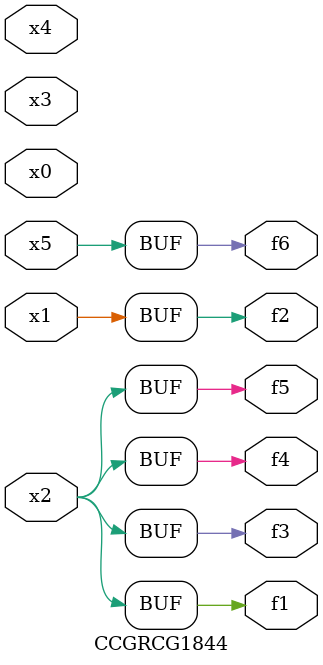
<source format=v>
module CCGRCG1844(
	input x0, x1, x2, x3, x4, x5,
	output f1, f2, f3, f4, f5, f6
);
	assign f1 = x2;
	assign f2 = x1;
	assign f3 = x2;
	assign f4 = x2;
	assign f5 = x2;
	assign f6 = x5;
endmodule

</source>
